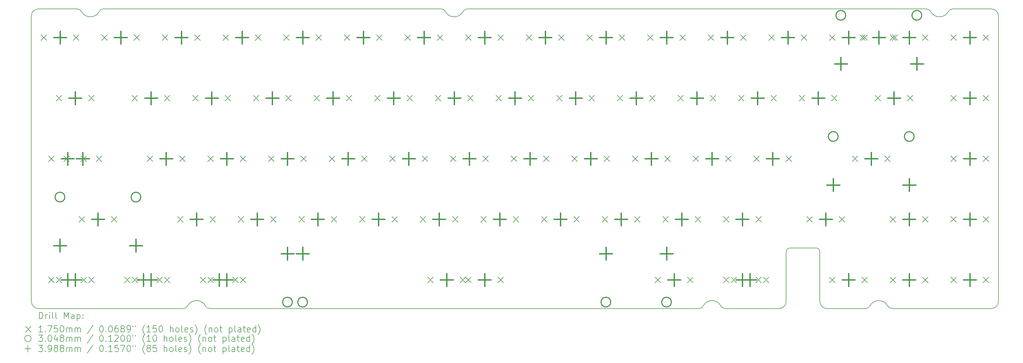
<source format=gbr>
%FSLAX45Y45*%
G04 Gerber Fmt 4.5, Leading zero omitted, Abs format (unit mm)*
G04 Created by KiCad (PCBNEW (6.0.0-0)) date 2022-07-22 22:21:09*
%MOMM*%
%LPD*%
G01*
G04 APERTURE LIST*
%TA.AperFunction,Profile*%
%ADD10C,0.200000*%
%TD*%
%ADD11C,0.200000*%
%ADD12C,0.175000*%
%ADD13C,0.304800*%
%ADD14C,0.398780*%
G04 APERTURE END LIST*
D10*
X1573193Y-80645D02*
G75*
G03*
X2131807Y-80645I279307J145645D01*
G01*
X225000Y0D02*
G75*
G03*
X0Y-225000I0J-225000D01*
G01*
X13003193Y-80645D02*
G75*
G03*
X12870189Y0I-133004J-69355D01*
G01*
X2264811Y0D02*
G75*
G03*
X2131807Y-80645I0J-150000D01*
G01*
X1440189Y0D02*
X225000Y0D01*
X30375000Y-9195000D02*
X30375000Y-225000D01*
X5465557Y-9339355D02*
G75*
G03*
X5598561Y-9420000I133003J69355D01*
G01*
X5465557Y-9339355D02*
G75*
G03*
X4906943Y-9339355I-279307J-145645D01*
G01*
X26896807Y-9339355D02*
G75*
G03*
X27029811Y-9420000I133003J69355D01*
G01*
X23832500Y-7515000D02*
X24640000Y-7515000D01*
X28110189Y0D02*
X13694810Y0D01*
X20966439Y-9420000D02*
X5598560Y-9420000D01*
X0Y-9195000D02*
X0Y-225000D01*
X28934810Y0D02*
G75*
G03*
X28801807Y-80645I0J-150000D01*
G01*
X4773939Y-9420000D02*
G75*
G03*
X4906943Y-9339355I0J150000D01*
G01*
X26205189Y-9420000D02*
G75*
G03*
X26338193Y-9339355I0J150000D01*
G01*
X23482500Y-9420000D02*
X21791061Y-9420000D01*
X30375000Y-225000D02*
G75*
G03*
X30150000Y0I-225000J0D01*
G01*
X24765000Y-7640000D02*
G75*
G03*
X24640000Y-7515000I-125000J0D01*
G01*
X26896807Y-9339355D02*
G75*
G03*
X26338193Y-9339355I-279307J-145645D01*
G01*
X30150000Y-9420000D02*
G75*
G03*
X30375000Y-9195000I0J225000D01*
G01*
X24765000Y-9195000D02*
G75*
G03*
X24990000Y-9420000I225000J0D01*
G01*
X20966439Y-9420000D02*
G75*
G03*
X21099443Y-9339355I0J150000D01*
G01*
X28243193Y-80645D02*
G75*
G03*
X28110189Y0I-133004J-69355D01*
G01*
X23832500Y-7515000D02*
G75*
G03*
X23707500Y-7640000I0J-125000D01*
G01*
X24765000Y-7640000D02*
X24765000Y-9195000D01*
X23482500Y-9420000D02*
G75*
G03*
X23707500Y-9195000I0J225000D01*
G01*
X26205189Y-9420000D02*
X24990000Y-9420000D01*
X23707500Y-7640000D02*
X23707500Y-9195000D01*
X13003193Y-80645D02*
G75*
G03*
X13561807Y-80645I279307J145645D01*
G01*
X1573193Y-80645D02*
G75*
G03*
X1440189Y0I-133004J-69355D01*
G01*
X30150000Y-9420000D02*
X27029810Y-9420000D01*
X4773939Y-9420000D02*
X225000Y-9420000D01*
X13694810Y0D02*
G75*
G03*
X13561807Y-80645I0J-150000D01*
G01*
X12870189Y0D02*
X2264811Y0D01*
X21658057Y-9339355D02*
G75*
G03*
X21099443Y-9339355I-279307J-145645D01*
G01*
X21658057Y-9339355D02*
G75*
G03*
X21791061Y-9420000I133003J69355D01*
G01*
X0Y-9195000D02*
G75*
G03*
X225000Y-9420000I225000J0D01*
G01*
X30150000Y0D02*
X28934810Y0D01*
X28243193Y-80645D02*
G75*
G03*
X28801807Y-80645I279307J145645D01*
G01*
D11*
D12*
X304500Y-812500D02*
X479500Y-987500D01*
X479500Y-812500D02*
X304500Y-987500D01*
X542625Y-4622500D02*
X717625Y-4797500D01*
X717625Y-4622500D02*
X542625Y-4797500D01*
X542625Y-8432500D02*
X717625Y-8607500D01*
X717625Y-8432500D02*
X542625Y-8607500D01*
X780750Y-2717500D02*
X955750Y-2892500D01*
X955750Y-2717500D02*
X780750Y-2892500D01*
X780750Y-8432500D02*
X955750Y-8607500D01*
X955750Y-8432500D02*
X780750Y-8607500D01*
X1018875Y-4622500D02*
X1193875Y-4797500D01*
X1193875Y-4622500D02*
X1018875Y-4797500D01*
X1320500Y-812500D02*
X1495500Y-987500D01*
X1495500Y-812500D02*
X1320500Y-987500D01*
X1495125Y-6527500D02*
X1670125Y-6702500D01*
X1670125Y-6527500D02*
X1495125Y-6702500D01*
X1558625Y-4622500D02*
X1733625Y-4797500D01*
X1733625Y-4622500D02*
X1558625Y-4797500D01*
X1558625Y-8432500D02*
X1733625Y-8607500D01*
X1733625Y-8432500D02*
X1558625Y-8607500D01*
X1796750Y-2717500D02*
X1971750Y-2892500D01*
X1971750Y-2717500D02*
X1796750Y-2892500D01*
X1796750Y-8432500D02*
X1971750Y-8607500D01*
X1971750Y-8432500D02*
X1796750Y-8607500D01*
X2034875Y-4622500D02*
X2209875Y-4797500D01*
X2209875Y-4622500D02*
X2034875Y-4797500D01*
X2209500Y-812500D02*
X2384500Y-987500D01*
X2384500Y-812500D02*
X2209500Y-987500D01*
X2511125Y-6527500D02*
X2686125Y-6702500D01*
X2686125Y-6527500D02*
X2511125Y-6702500D01*
X2923875Y-8432500D02*
X3098875Y-8607500D01*
X3098875Y-8432500D02*
X2923875Y-8607500D01*
X3162000Y-2717500D02*
X3337000Y-2892500D01*
X3337000Y-2717500D02*
X3162000Y-2892500D01*
X3162000Y-8432500D02*
X3337000Y-8607500D01*
X3337000Y-8432500D02*
X3162000Y-8607500D01*
X3225500Y-812500D02*
X3400500Y-987500D01*
X3400500Y-812500D02*
X3225500Y-987500D01*
X3638250Y-4622500D02*
X3813250Y-4797500D01*
X3813250Y-4622500D02*
X3638250Y-4797500D01*
X3939875Y-8432500D02*
X4114875Y-8607500D01*
X4114875Y-8432500D02*
X3939875Y-8607500D01*
X4114500Y-812500D02*
X4289500Y-987500D01*
X4289500Y-812500D02*
X4114500Y-987500D01*
X4178000Y-2717500D02*
X4353000Y-2892500D01*
X4353000Y-2717500D02*
X4178000Y-2892500D01*
X4178000Y-8432500D02*
X4353000Y-8607500D01*
X4353000Y-8432500D02*
X4178000Y-8607500D01*
X4590750Y-6527500D02*
X4765750Y-6702500D01*
X4765750Y-6527500D02*
X4590750Y-6702500D01*
X4654250Y-4622500D02*
X4829250Y-4797500D01*
X4829250Y-4622500D02*
X4654250Y-4797500D01*
X5067000Y-2717500D02*
X5242000Y-2892500D01*
X5242000Y-2717500D02*
X5067000Y-2892500D01*
X5130500Y-812500D02*
X5305500Y-987500D01*
X5305500Y-812500D02*
X5130500Y-987500D01*
X5305125Y-8432500D02*
X5480125Y-8607500D01*
X5480125Y-8432500D02*
X5305125Y-8607500D01*
X5543250Y-4622500D02*
X5718250Y-4797500D01*
X5718250Y-4622500D02*
X5543250Y-4797500D01*
X5543250Y-8432500D02*
X5718250Y-8607500D01*
X5718250Y-8432500D02*
X5543250Y-8607500D01*
X5606750Y-6527500D02*
X5781750Y-6702500D01*
X5781750Y-6527500D02*
X5606750Y-6702500D01*
X6019500Y-812500D02*
X6194500Y-987500D01*
X6194500Y-812500D02*
X6019500Y-987500D01*
X6083000Y-2717500D02*
X6258000Y-2892500D01*
X6258000Y-2717500D02*
X6083000Y-2892500D01*
X6321125Y-8432500D02*
X6496125Y-8607500D01*
X6496125Y-8432500D02*
X6321125Y-8607500D01*
X6495750Y-6527500D02*
X6670750Y-6702500D01*
X6670750Y-6527500D02*
X6495750Y-6702500D01*
X6559250Y-4622500D02*
X6734250Y-4797500D01*
X6734250Y-4622500D02*
X6559250Y-4797500D01*
X6559250Y-8432500D02*
X6734250Y-8607500D01*
X6734250Y-8432500D02*
X6559250Y-8607500D01*
X6972000Y-2717500D02*
X7147000Y-2892500D01*
X7147000Y-2717500D02*
X6972000Y-2892500D01*
X7035500Y-812500D02*
X7210500Y-987500D01*
X7210500Y-812500D02*
X7035500Y-987500D01*
X7448250Y-4622500D02*
X7623250Y-4797500D01*
X7623250Y-4622500D02*
X7448250Y-4797500D01*
X7511750Y-6527500D02*
X7686750Y-6702500D01*
X7686750Y-6527500D02*
X7511750Y-6702500D01*
X7924500Y-812500D02*
X8099500Y-987500D01*
X8099500Y-812500D02*
X7924500Y-987500D01*
X7988000Y-2717500D02*
X8163000Y-2892500D01*
X8163000Y-2717500D02*
X7988000Y-2892500D01*
X8400750Y-6527500D02*
X8575750Y-6702500D01*
X8575750Y-6527500D02*
X8400750Y-6702500D01*
X8464250Y-4622500D02*
X8639250Y-4797500D01*
X8639250Y-4622500D02*
X8464250Y-4797500D01*
X8877000Y-2717500D02*
X9052000Y-2892500D01*
X9052000Y-2717500D02*
X8877000Y-2892500D01*
X8940500Y-812500D02*
X9115500Y-987500D01*
X9115500Y-812500D02*
X8940500Y-987500D01*
X9353250Y-4622500D02*
X9528250Y-4797500D01*
X9528250Y-4622500D02*
X9353250Y-4797500D01*
X9416750Y-6527500D02*
X9591750Y-6702500D01*
X9591750Y-6527500D02*
X9416750Y-6702500D01*
X9829500Y-812500D02*
X10004500Y-987500D01*
X10004500Y-812500D02*
X9829500Y-987500D01*
X9893000Y-2717500D02*
X10068000Y-2892500D01*
X10068000Y-2717500D02*
X9893000Y-2892500D01*
X10305750Y-6527500D02*
X10480750Y-6702500D01*
X10480750Y-6527500D02*
X10305750Y-6702500D01*
X10369250Y-4622500D02*
X10544250Y-4797500D01*
X10544250Y-4622500D02*
X10369250Y-4797500D01*
X10782000Y-2717500D02*
X10957000Y-2892500D01*
X10957000Y-2717500D02*
X10782000Y-2892500D01*
X10845500Y-812500D02*
X11020500Y-987500D01*
X11020500Y-812500D02*
X10845500Y-987500D01*
X11258250Y-4622500D02*
X11433250Y-4797500D01*
X11433250Y-4622500D02*
X11258250Y-4797500D01*
X11321750Y-6527500D02*
X11496750Y-6702500D01*
X11496750Y-6527500D02*
X11321750Y-6702500D01*
X11734500Y-812500D02*
X11909500Y-987500D01*
X11909500Y-812500D02*
X11734500Y-987500D01*
X11798000Y-2717500D02*
X11973000Y-2892500D01*
X11973000Y-2717500D02*
X11798000Y-2892500D01*
X12210750Y-6527500D02*
X12385750Y-6702500D01*
X12385750Y-6527500D02*
X12210750Y-6702500D01*
X12274250Y-4622500D02*
X12449250Y-4797500D01*
X12449250Y-4622500D02*
X12274250Y-4797500D01*
X12448875Y-8432500D02*
X12623875Y-8607500D01*
X12623875Y-8432500D02*
X12448875Y-8607500D01*
X12687000Y-2717500D02*
X12862000Y-2892500D01*
X12862000Y-2717500D02*
X12687000Y-2892500D01*
X12750500Y-812500D02*
X12925500Y-987500D01*
X12925500Y-812500D02*
X12750500Y-987500D01*
X13163250Y-4622500D02*
X13338250Y-4797500D01*
X13338250Y-4622500D02*
X13163250Y-4797500D01*
X13226750Y-6527500D02*
X13401750Y-6702500D01*
X13401750Y-6527500D02*
X13226750Y-6702500D01*
X13464875Y-8432500D02*
X13639875Y-8607500D01*
X13639875Y-8432500D02*
X13464875Y-8607500D01*
X13639500Y-812500D02*
X13814500Y-987500D01*
X13814500Y-812500D02*
X13639500Y-987500D01*
X13639500Y-8432500D02*
X13814500Y-8607500D01*
X13814500Y-8432500D02*
X13639500Y-8607500D01*
X13703000Y-2717500D02*
X13878000Y-2892500D01*
X13878000Y-2717500D02*
X13703000Y-2892500D01*
X14115750Y-6527500D02*
X14290750Y-6702500D01*
X14290750Y-6527500D02*
X14115750Y-6702500D01*
X14179250Y-4622500D02*
X14354250Y-4797500D01*
X14354250Y-4622500D02*
X14179250Y-4797500D01*
X14592000Y-2717500D02*
X14767000Y-2892500D01*
X14767000Y-2717500D02*
X14592000Y-2892500D01*
X14655500Y-812500D02*
X14830500Y-987500D01*
X14830500Y-812500D02*
X14655500Y-987500D01*
X14655500Y-8432500D02*
X14830500Y-8607500D01*
X14830500Y-8432500D02*
X14655500Y-8607500D01*
X15068250Y-4622500D02*
X15243250Y-4797500D01*
X15243250Y-4622500D02*
X15068250Y-4797500D01*
X15131750Y-6527500D02*
X15306750Y-6702500D01*
X15306750Y-6527500D02*
X15131750Y-6702500D01*
X15544500Y-812500D02*
X15719500Y-987500D01*
X15719500Y-812500D02*
X15544500Y-987500D01*
X15608000Y-2717500D02*
X15783000Y-2892500D01*
X15783000Y-2717500D02*
X15608000Y-2892500D01*
X16020750Y-6527500D02*
X16195750Y-6702500D01*
X16195750Y-6527500D02*
X16020750Y-6702500D01*
X16084250Y-4622500D02*
X16259250Y-4797500D01*
X16259250Y-4622500D02*
X16084250Y-4797500D01*
X16497000Y-2717500D02*
X16672000Y-2892500D01*
X16672000Y-2717500D02*
X16497000Y-2892500D01*
X16560500Y-812500D02*
X16735500Y-987500D01*
X16735500Y-812500D02*
X16560500Y-987500D01*
X16973250Y-4622500D02*
X17148250Y-4797500D01*
X17148250Y-4622500D02*
X16973250Y-4797500D01*
X17036750Y-6527500D02*
X17211750Y-6702500D01*
X17211750Y-6527500D02*
X17036750Y-6702500D01*
X17449500Y-812500D02*
X17624500Y-987500D01*
X17624500Y-812500D02*
X17449500Y-987500D01*
X17513000Y-2717500D02*
X17688000Y-2892500D01*
X17688000Y-2717500D02*
X17513000Y-2892500D01*
X17925750Y-6527500D02*
X18100750Y-6702500D01*
X18100750Y-6527500D02*
X17925750Y-6702500D01*
X17989250Y-4622500D02*
X18164250Y-4797500D01*
X18164250Y-4622500D02*
X17989250Y-4797500D01*
X18402000Y-2717500D02*
X18577000Y-2892500D01*
X18577000Y-2717500D02*
X18402000Y-2892500D01*
X18465500Y-812500D02*
X18640500Y-987500D01*
X18640500Y-812500D02*
X18465500Y-987500D01*
X18878250Y-4622500D02*
X19053250Y-4797500D01*
X19053250Y-4622500D02*
X18878250Y-4797500D01*
X18941750Y-6527500D02*
X19116750Y-6702500D01*
X19116750Y-6527500D02*
X18941750Y-6702500D01*
X19354500Y-812500D02*
X19529500Y-987500D01*
X19529500Y-812500D02*
X19354500Y-987500D01*
X19418000Y-2717500D02*
X19593000Y-2892500D01*
X19593000Y-2717500D02*
X19418000Y-2892500D01*
X19592625Y-8432500D02*
X19767625Y-8607500D01*
X19767625Y-8432500D02*
X19592625Y-8607500D01*
X19830750Y-6527500D02*
X20005750Y-6702500D01*
X20005750Y-6527500D02*
X19830750Y-6702500D01*
X19894250Y-4622500D02*
X20069250Y-4797500D01*
X20069250Y-4622500D02*
X19894250Y-4797500D01*
X20307000Y-2717500D02*
X20482000Y-2892500D01*
X20482000Y-2717500D02*
X20307000Y-2892500D01*
X20370500Y-812500D02*
X20545500Y-987500D01*
X20545500Y-812500D02*
X20370500Y-987500D01*
X20608625Y-8432500D02*
X20783625Y-8607500D01*
X20783625Y-8432500D02*
X20608625Y-8607500D01*
X20783250Y-4622500D02*
X20958250Y-4797500D01*
X20958250Y-4622500D02*
X20783250Y-4797500D01*
X20846750Y-6527500D02*
X21021750Y-6702500D01*
X21021750Y-6527500D02*
X20846750Y-6702500D01*
X21259500Y-812500D02*
X21434500Y-987500D01*
X21434500Y-812500D02*
X21259500Y-987500D01*
X21323000Y-2717500D02*
X21498000Y-2892500D01*
X21498000Y-2717500D02*
X21323000Y-2892500D01*
X21735750Y-6527500D02*
X21910750Y-6702500D01*
X21910750Y-6527500D02*
X21735750Y-6702500D01*
X21735750Y-8432500D02*
X21910750Y-8607500D01*
X21910750Y-8432500D02*
X21735750Y-8607500D01*
X21799250Y-4622500D02*
X21974250Y-4797500D01*
X21974250Y-4622500D02*
X21799250Y-4797500D01*
X21973875Y-8432500D02*
X22148875Y-8607500D01*
X22148875Y-8432500D02*
X21973875Y-8607500D01*
X22212000Y-2717500D02*
X22387000Y-2892500D01*
X22387000Y-2717500D02*
X22212000Y-2892500D01*
X22275500Y-812500D02*
X22450500Y-987500D01*
X22450500Y-812500D02*
X22275500Y-987500D01*
X22688250Y-4622500D02*
X22863250Y-4797500D01*
X22863250Y-4622500D02*
X22688250Y-4797500D01*
X22751750Y-6527500D02*
X22926750Y-6702500D01*
X22926750Y-6527500D02*
X22751750Y-6702500D01*
X22751750Y-8432500D02*
X22926750Y-8607500D01*
X22926750Y-8432500D02*
X22751750Y-8607500D01*
X22989875Y-8432500D02*
X23164875Y-8607500D01*
X23164875Y-8432500D02*
X22989875Y-8607500D01*
X23164500Y-812500D02*
X23339500Y-987500D01*
X23339500Y-812500D02*
X23164500Y-987500D01*
X23228000Y-2717500D02*
X23403000Y-2892500D01*
X23403000Y-2717500D02*
X23228000Y-2892500D01*
X23704250Y-4622500D02*
X23879250Y-4797500D01*
X23879250Y-4622500D02*
X23704250Y-4797500D01*
X24117000Y-2717500D02*
X24292000Y-2892500D01*
X24292000Y-2717500D02*
X24117000Y-2892500D01*
X24180500Y-812500D02*
X24355500Y-987500D01*
X24355500Y-812500D02*
X24180500Y-987500D01*
X24355125Y-6527500D02*
X24530125Y-6702500D01*
X24530125Y-6527500D02*
X24355125Y-6702500D01*
X25069500Y-812500D02*
X25244500Y-987500D01*
X25244500Y-812500D02*
X25069500Y-987500D01*
X25069500Y-8432500D02*
X25244500Y-8607500D01*
X25244500Y-8432500D02*
X25069500Y-8607500D01*
X25133000Y-2717500D02*
X25308000Y-2892500D01*
X25308000Y-2717500D02*
X25133000Y-2892500D01*
X25371125Y-6527500D02*
X25546125Y-6702500D01*
X25546125Y-6527500D02*
X25371125Y-6702500D01*
X25783875Y-4622500D02*
X25958875Y-4797500D01*
X25958875Y-4622500D02*
X25783875Y-4797500D01*
X26022000Y-812500D02*
X26197000Y-987500D01*
X26197000Y-812500D02*
X26022000Y-987500D01*
X26085500Y-812500D02*
X26260500Y-987500D01*
X26260500Y-812500D02*
X26085500Y-987500D01*
X26085500Y-8432500D02*
X26260500Y-8607500D01*
X26260500Y-8432500D02*
X26085500Y-8607500D01*
X26498250Y-2717500D02*
X26673250Y-2892500D01*
X26673250Y-2717500D02*
X26498250Y-2892500D01*
X26799875Y-4622500D02*
X26974875Y-4797500D01*
X26974875Y-4622500D02*
X26799875Y-4797500D01*
X26974500Y-812500D02*
X27149500Y-987500D01*
X27149500Y-812500D02*
X26974500Y-987500D01*
X26974500Y-6527500D02*
X27149500Y-6702500D01*
X27149500Y-6527500D02*
X26974500Y-6702500D01*
X26974500Y-8432500D02*
X27149500Y-8607500D01*
X27149500Y-8432500D02*
X26974500Y-8607500D01*
X27038000Y-812500D02*
X27213000Y-987500D01*
X27213000Y-812500D02*
X27038000Y-987500D01*
X27514250Y-2717500D02*
X27689250Y-2892500D01*
X27689250Y-2717500D02*
X27514250Y-2892500D01*
X27990500Y-812500D02*
X28165500Y-987500D01*
X28165500Y-812500D02*
X27990500Y-987500D01*
X27990500Y-6527500D02*
X28165500Y-6702500D01*
X28165500Y-6527500D02*
X27990500Y-6702500D01*
X27990500Y-8432500D02*
X28165500Y-8607500D01*
X28165500Y-8432500D02*
X27990500Y-8607500D01*
X28879500Y-812500D02*
X29054500Y-987500D01*
X29054500Y-812500D02*
X28879500Y-987500D01*
X28879500Y-2717500D02*
X29054500Y-2892500D01*
X29054500Y-2717500D02*
X28879500Y-2892500D01*
X28879500Y-4622500D02*
X29054500Y-4797500D01*
X29054500Y-4622500D02*
X28879500Y-4797500D01*
X28879500Y-6527500D02*
X29054500Y-6702500D01*
X29054500Y-6527500D02*
X28879500Y-6702500D01*
X28879500Y-8432500D02*
X29054500Y-8607500D01*
X29054500Y-8432500D02*
X28879500Y-8607500D01*
X29895500Y-812500D02*
X30070500Y-987500D01*
X30070500Y-812500D02*
X29895500Y-987500D01*
X29895500Y-2717500D02*
X30070500Y-2892500D01*
X30070500Y-2717500D02*
X29895500Y-2892500D01*
X29895500Y-4622500D02*
X30070500Y-4797500D01*
X30070500Y-4622500D02*
X29895500Y-4797500D01*
X29895500Y-6527500D02*
X30070500Y-6702500D01*
X30070500Y-6527500D02*
X29895500Y-6702500D01*
X29895500Y-8432500D02*
X30070500Y-8607500D01*
X30070500Y-8432500D02*
X29895500Y-8607500D01*
D13*
X1049225Y-5916500D02*
G75*
G03*
X1049225Y-5916500I-152400J0D01*
G01*
X3436825Y-5916500D02*
G75*
G03*
X3436825Y-5916500I-152400J0D01*
G01*
X8196785Y-9218500D02*
G75*
G03*
X8196785Y-9218500I-152400J0D01*
G01*
X8672400Y-9218500D02*
G75*
G03*
X8672400Y-9218500I-152400J0D01*
G01*
X18196765Y-9218500D02*
G75*
G03*
X18196765Y-9218500I-152400J0D01*
G01*
X20102400Y-9218500D02*
G75*
G03*
X20102400Y-9218500I-152400J0D01*
G01*
X25337975Y-4011500D02*
G75*
G03*
X25337975Y-4011500I-152400J0D01*
G01*
X25576100Y-201500D02*
G75*
G03*
X25576100Y-201500I-152400J0D01*
G01*
X27725575Y-4011500D02*
G75*
G03*
X27725575Y-4011500I-152400J0D01*
G01*
X27963700Y-201500D02*
G75*
G03*
X27963700Y-201500I-152400J0D01*
G01*
D14*
X896825Y-7241110D02*
X896825Y-7639890D01*
X697435Y-7440500D02*
X1096215Y-7440500D01*
X900000Y-700610D02*
X900000Y-1099390D01*
X700610Y-900000D02*
X1099390Y-900000D01*
X1138125Y-4510610D02*
X1138125Y-4909390D01*
X938735Y-4710000D02*
X1337515Y-4710000D01*
X1138125Y-8320610D02*
X1138125Y-8719390D01*
X938735Y-8520000D02*
X1337515Y-8520000D01*
X1376250Y-2605610D02*
X1376250Y-3004390D01*
X1176860Y-2805000D02*
X1575640Y-2805000D01*
X1376250Y-8320610D02*
X1376250Y-8719390D01*
X1176860Y-8520000D02*
X1575640Y-8520000D01*
X1614375Y-4510610D02*
X1614375Y-4909390D01*
X1414985Y-4710000D02*
X1813765Y-4710000D01*
X2090625Y-6415610D02*
X2090625Y-6814390D01*
X1891235Y-6615000D02*
X2290015Y-6615000D01*
X2805000Y-700610D02*
X2805000Y-1099390D01*
X2605610Y-900000D02*
X3004390Y-900000D01*
X3284425Y-7241110D02*
X3284425Y-7639890D01*
X3085035Y-7440500D02*
X3483815Y-7440500D01*
X3519375Y-8320610D02*
X3519375Y-8719390D01*
X3319985Y-8520000D02*
X3718765Y-8520000D01*
X3757500Y-2605610D02*
X3757500Y-3004390D01*
X3558110Y-2805000D02*
X3956890Y-2805000D01*
X3757500Y-8320610D02*
X3757500Y-8719390D01*
X3558110Y-8520000D02*
X3956890Y-8520000D01*
X4233750Y-4510610D02*
X4233750Y-4909390D01*
X4034360Y-4710000D02*
X4433140Y-4710000D01*
X4710000Y-700610D02*
X4710000Y-1099390D01*
X4510610Y-900000D02*
X4909390Y-900000D01*
X5186250Y-6415610D02*
X5186250Y-6814390D01*
X4986860Y-6615000D02*
X5385640Y-6615000D01*
X5662500Y-2605610D02*
X5662500Y-3004390D01*
X5463110Y-2805000D02*
X5861890Y-2805000D01*
X5900625Y-8320610D02*
X5900625Y-8719390D01*
X5701235Y-8520000D02*
X6100015Y-8520000D01*
X6138750Y-4510610D02*
X6138750Y-4909390D01*
X5939360Y-4710000D02*
X6338140Y-4710000D01*
X6138750Y-8320610D02*
X6138750Y-8719390D01*
X5939360Y-8520000D02*
X6338140Y-8520000D01*
X6615000Y-700610D02*
X6615000Y-1099390D01*
X6415610Y-900000D02*
X6814390Y-900000D01*
X7091250Y-6415610D02*
X7091250Y-6814390D01*
X6891860Y-6615000D02*
X7290640Y-6615000D01*
X7567500Y-2605610D02*
X7567500Y-3004390D01*
X7368110Y-2805000D02*
X7766890Y-2805000D01*
X8043750Y-4510610D02*
X8043750Y-4909390D01*
X7844360Y-4710000D02*
X8243140Y-4710000D01*
X8044385Y-7495110D02*
X8044385Y-7893890D01*
X7844995Y-7694500D02*
X8243775Y-7694500D01*
X8520000Y-700610D02*
X8520000Y-1099390D01*
X8320610Y-900000D02*
X8719390Y-900000D01*
X8520000Y-7495110D02*
X8520000Y-7893890D01*
X8320610Y-7694500D02*
X8719390Y-7694500D01*
X8996250Y-6415610D02*
X8996250Y-6814390D01*
X8796860Y-6615000D02*
X9195640Y-6615000D01*
X9472500Y-2605610D02*
X9472500Y-3004390D01*
X9273110Y-2805000D02*
X9671890Y-2805000D01*
X9948750Y-4510610D02*
X9948750Y-4909390D01*
X9749360Y-4710000D02*
X10148140Y-4710000D01*
X10425000Y-700610D02*
X10425000Y-1099390D01*
X10225610Y-900000D02*
X10624390Y-900000D01*
X10901250Y-6415610D02*
X10901250Y-6814390D01*
X10701860Y-6615000D02*
X11100640Y-6615000D01*
X11377500Y-2605610D02*
X11377500Y-3004390D01*
X11178110Y-2805000D02*
X11576890Y-2805000D01*
X11853750Y-4510610D02*
X11853750Y-4909390D01*
X11654360Y-4710000D02*
X12053140Y-4710000D01*
X12330000Y-700610D02*
X12330000Y-1099390D01*
X12130610Y-900000D02*
X12529390Y-900000D01*
X12806250Y-6415610D02*
X12806250Y-6814390D01*
X12606860Y-6615000D02*
X13005640Y-6615000D01*
X13044375Y-8320610D02*
X13044375Y-8719390D01*
X12844985Y-8520000D02*
X13243765Y-8520000D01*
X13282500Y-2605610D02*
X13282500Y-3004390D01*
X13083110Y-2805000D02*
X13481890Y-2805000D01*
X13758750Y-4510610D02*
X13758750Y-4909390D01*
X13559360Y-4710000D02*
X13958140Y-4710000D01*
X14235000Y-700610D02*
X14235000Y-1099390D01*
X14035610Y-900000D02*
X14434390Y-900000D01*
X14235000Y-8320610D02*
X14235000Y-8719390D01*
X14035610Y-8520000D02*
X14434390Y-8520000D01*
X14711250Y-6415610D02*
X14711250Y-6814390D01*
X14511860Y-6615000D02*
X14910640Y-6615000D01*
X15187500Y-2605610D02*
X15187500Y-3004390D01*
X14988110Y-2805000D02*
X15386890Y-2805000D01*
X15663750Y-4510610D02*
X15663750Y-4909390D01*
X15464360Y-4710000D02*
X15863140Y-4710000D01*
X16140000Y-700610D02*
X16140000Y-1099390D01*
X15940610Y-900000D02*
X16339390Y-900000D01*
X16616250Y-6415610D02*
X16616250Y-6814390D01*
X16416860Y-6615000D02*
X16815640Y-6615000D01*
X17092500Y-2605610D02*
X17092500Y-3004390D01*
X16893110Y-2805000D02*
X17291890Y-2805000D01*
X17568750Y-4510610D02*
X17568750Y-4909390D01*
X17369360Y-4710000D02*
X17768140Y-4710000D01*
X18044365Y-7495110D02*
X18044365Y-7893890D01*
X17844975Y-7694500D02*
X18243755Y-7694500D01*
X18045000Y-700610D02*
X18045000Y-1099390D01*
X17845610Y-900000D02*
X18244390Y-900000D01*
X18521250Y-6415610D02*
X18521250Y-6814390D01*
X18321860Y-6615000D02*
X18720640Y-6615000D01*
X18997500Y-2605610D02*
X18997500Y-3004390D01*
X18798110Y-2805000D02*
X19196890Y-2805000D01*
X19473750Y-4510610D02*
X19473750Y-4909390D01*
X19274360Y-4710000D02*
X19673140Y-4710000D01*
X19950000Y-700610D02*
X19950000Y-1099390D01*
X19750610Y-900000D02*
X20149390Y-900000D01*
X19950000Y-7495110D02*
X19950000Y-7893890D01*
X19750610Y-7694500D02*
X20149390Y-7694500D01*
X20188125Y-8320610D02*
X20188125Y-8719390D01*
X19988735Y-8520000D02*
X20387515Y-8520000D01*
X20426250Y-6415610D02*
X20426250Y-6814390D01*
X20226860Y-6615000D02*
X20625640Y-6615000D01*
X20902500Y-2605610D02*
X20902500Y-3004390D01*
X20703110Y-2805000D02*
X21101890Y-2805000D01*
X21378750Y-4510610D02*
X21378750Y-4909390D01*
X21179360Y-4710000D02*
X21578140Y-4710000D01*
X21855000Y-700610D02*
X21855000Y-1099390D01*
X21655610Y-900000D02*
X22054390Y-900000D01*
X22331250Y-6415610D02*
X22331250Y-6814390D01*
X22131860Y-6615000D02*
X22530640Y-6615000D01*
X22331250Y-8320610D02*
X22331250Y-8719390D01*
X22131860Y-8520000D02*
X22530640Y-8520000D01*
X22569375Y-8320610D02*
X22569375Y-8719390D01*
X22369985Y-8520000D02*
X22768765Y-8520000D01*
X22807500Y-2605610D02*
X22807500Y-3004390D01*
X22608110Y-2805000D02*
X23006890Y-2805000D01*
X23283750Y-4510610D02*
X23283750Y-4909390D01*
X23084360Y-4710000D02*
X23483140Y-4710000D01*
X23760000Y-700610D02*
X23760000Y-1099390D01*
X23560610Y-900000D02*
X23959390Y-900000D01*
X24712500Y-2605610D02*
X24712500Y-3004390D01*
X24513110Y-2805000D02*
X24911890Y-2805000D01*
X24950625Y-6415610D02*
X24950625Y-6814390D01*
X24751235Y-6615000D02*
X25150015Y-6615000D01*
X25185575Y-5336110D02*
X25185575Y-5734890D01*
X24986185Y-5535500D02*
X25384965Y-5535500D01*
X25423700Y-1526110D02*
X25423700Y-1924890D01*
X25224310Y-1725500D02*
X25623090Y-1725500D01*
X25665000Y-700610D02*
X25665000Y-1099390D01*
X25465610Y-900000D02*
X25864390Y-900000D01*
X25665000Y-8320610D02*
X25665000Y-8719390D01*
X25465610Y-8520000D02*
X25864390Y-8520000D01*
X26379375Y-4510610D02*
X26379375Y-4909390D01*
X26179985Y-4710000D02*
X26578765Y-4710000D01*
X26617500Y-700610D02*
X26617500Y-1099390D01*
X26418110Y-900000D02*
X26816890Y-900000D01*
X27093750Y-2605610D02*
X27093750Y-3004390D01*
X26894360Y-2805000D02*
X27293140Y-2805000D01*
X27570000Y-700610D02*
X27570000Y-1099390D01*
X27370610Y-900000D02*
X27769390Y-900000D01*
X27570000Y-6415610D02*
X27570000Y-6814390D01*
X27370610Y-6615000D02*
X27769390Y-6615000D01*
X27570000Y-8320610D02*
X27570000Y-8719390D01*
X27370610Y-8520000D02*
X27769390Y-8520000D01*
X27573175Y-5336110D02*
X27573175Y-5734890D01*
X27373785Y-5535500D02*
X27772565Y-5535500D01*
X27811300Y-1526110D02*
X27811300Y-1924890D01*
X27611910Y-1725500D02*
X28010690Y-1725500D01*
X29475000Y-700610D02*
X29475000Y-1099390D01*
X29275610Y-900000D02*
X29674390Y-900000D01*
X29475000Y-2605610D02*
X29475000Y-3004390D01*
X29275610Y-2805000D02*
X29674390Y-2805000D01*
X29475000Y-4510610D02*
X29475000Y-4909390D01*
X29275610Y-4710000D02*
X29674390Y-4710000D01*
X29475000Y-6415610D02*
X29475000Y-6814390D01*
X29275610Y-6615000D02*
X29674390Y-6615000D01*
X29475000Y-8320610D02*
X29475000Y-8719390D01*
X29275610Y-8520000D02*
X29674390Y-8520000D01*
D11*
X247619Y-9740476D02*
X247619Y-9540476D01*
X295238Y-9540476D01*
X323810Y-9550000D01*
X342857Y-9569048D01*
X352381Y-9588095D01*
X361905Y-9626190D01*
X361905Y-9654762D01*
X352381Y-9692857D01*
X342857Y-9711905D01*
X323810Y-9730952D01*
X295238Y-9740476D01*
X247619Y-9740476D01*
X447619Y-9740476D02*
X447619Y-9607143D01*
X447619Y-9645238D02*
X457143Y-9626190D01*
X466667Y-9616667D01*
X485714Y-9607143D01*
X504762Y-9607143D01*
X571429Y-9740476D02*
X571429Y-9607143D01*
X571429Y-9540476D02*
X561905Y-9550000D01*
X571429Y-9559524D01*
X580952Y-9550000D01*
X571429Y-9540476D01*
X571429Y-9559524D01*
X695238Y-9740476D02*
X676190Y-9730952D01*
X666667Y-9711905D01*
X666667Y-9540476D01*
X800000Y-9740476D02*
X780952Y-9730952D01*
X771428Y-9711905D01*
X771428Y-9540476D01*
X1028571Y-9740476D02*
X1028571Y-9540476D01*
X1095238Y-9683333D01*
X1161905Y-9540476D01*
X1161905Y-9740476D01*
X1342857Y-9740476D02*
X1342857Y-9635714D01*
X1333333Y-9616667D01*
X1314286Y-9607143D01*
X1276190Y-9607143D01*
X1257143Y-9616667D01*
X1342857Y-9730952D02*
X1323810Y-9740476D01*
X1276190Y-9740476D01*
X1257143Y-9730952D01*
X1247619Y-9711905D01*
X1247619Y-9692857D01*
X1257143Y-9673810D01*
X1276190Y-9664286D01*
X1323810Y-9664286D01*
X1342857Y-9654762D01*
X1438095Y-9607143D02*
X1438095Y-9807143D01*
X1438095Y-9616667D02*
X1457143Y-9607143D01*
X1495238Y-9607143D01*
X1514286Y-9616667D01*
X1523809Y-9626190D01*
X1533333Y-9645238D01*
X1533333Y-9702381D01*
X1523809Y-9721429D01*
X1514286Y-9730952D01*
X1495238Y-9740476D01*
X1457143Y-9740476D01*
X1438095Y-9730952D01*
X1619048Y-9721429D02*
X1628571Y-9730952D01*
X1619048Y-9740476D01*
X1609524Y-9730952D01*
X1619048Y-9721429D01*
X1619048Y-9740476D01*
X1619048Y-9616667D02*
X1628571Y-9626190D01*
X1619048Y-9635714D01*
X1609524Y-9626190D01*
X1619048Y-9616667D01*
X1619048Y-9635714D01*
D12*
X-185000Y-9982500D02*
X-10000Y-10157500D01*
X-10000Y-9982500D02*
X-185000Y-10157500D01*
D11*
X352381Y-10160476D02*
X238095Y-10160476D01*
X295238Y-10160476D02*
X295238Y-9960476D01*
X276190Y-9989048D01*
X257143Y-10008095D01*
X238095Y-10017619D01*
X438095Y-10141429D02*
X447619Y-10150952D01*
X438095Y-10160476D01*
X428571Y-10150952D01*
X438095Y-10141429D01*
X438095Y-10160476D01*
X514286Y-9960476D02*
X647619Y-9960476D01*
X561905Y-10160476D01*
X819048Y-9960476D02*
X723809Y-9960476D01*
X714286Y-10055714D01*
X723809Y-10046190D01*
X742857Y-10036667D01*
X790476Y-10036667D01*
X809524Y-10046190D01*
X819048Y-10055714D01*
X828571Y-10074762D01*
X828571Y-10122381D01*
X819048Y-10141429D01*
X809524Y-10150952D01*
X790476Y-10160476D01*
X742857Y-10160476D01*
X723809Y-10150952D01*
X714286Y-10141429D01*
X952381Y-9960476D02*
X971428Y-9960476D01*
X990476Y-9970000D01*
X1000000Y-9979524D01*
X1009524Y-9998571D01*
X1019048Y-10036667D01*
X1019048Y-10084286D01*
X1009524Y-10122381D01*
X1000000Y-10141429D01*
X990476Y-10150952D01*
X971428Y-10160476D01*
X952381Y-10160476D01*
X933333Y-10150952D01*
X923809Y-10141429D01*
X914286Y-10122381D01*
X904762Y-10084286D01*
X904762Y-10036667D01*
X914286Y-9998571D01*
X923809Y-9979524D01*
X933333Y-9970000D01*
X952381Y-9960476D01*
X1104762Y-10160476D02*
X1104762Y-10027143D01*
X1104762Y-10046190D02*
X1114286Y-10036667D01*
X1133333Y-10027143D01*
X1161905Y-10027143D01*
X1180952Y-10036667D01*
X1190476Y-10055714D01*
X1190476Y-10160476D01*
X1190476Y-10055714D02*
X1200000Y-10036667D01*
X1219048Y-10027143D01*
X1247619Y-10027143D01*
X1266667Y-10036667D01*
X1276190Y-10055714D01*
X1276190Y-10160476D01*
X1371429Y-10160476D02*
X1371429Y-10027143D01*
X1371429Y-10046190D02*
X1380952Y-10036667D01*
X1400000Y-10027143D01*
X1428571Y-10027143D01*
X1447619Y-10036667D01*
X1457143Y-10055714D01*
X1457143Y-10160476D01*
X1457143Y-10055714D02*
X1466667Y-10036667D01*
X1485714Y-10027143D01*
X1514286Y-10027143D01*
X1533333Y-10036667D01*
X1542857Y-10055714D01*
X1542857Y-10160476D01*
X1933333Y-9950952D02*
X1761905Y-10208095D01*
X2190476Y-9960476D02*
X2209524Y-9960476D01*
X2228571Y-9970000D01*
X2238095Y-9979524D01*
X2247619Y-9998571D01*
X2257143Y-10036667D01*
X2257143Y-10084286D01*
X2247619Y-10122381D01*
X2238095Y-10141429D01*
X2228571Y-10150952D01*
X2209524Y-10160476D01*
X2190476Y-10160476D01*
X2171429Y-10150952D01*
X2161905Y-10141429D01*
X2152381Y-10122381D01*
X2142857Y-10084286D01*
X2142857Y-10036667D01*
X2152381Y-9998571D01*
X2161905Y-9979524D01*
X2171429Y-9970000D01*
X2190476Y-9960476D01*
X2342857Y-10141429D02*
X2352381Y-10150952D01*
X2342857Y-10160476D01*
X2333333Y-10150952D01*
X2342857Y-10141429D01*
X2342857Y-10160476D01*
X2476190Y-9960476D02*
X2495238Y-9960476D01*
X2514286Y-9970000D01*
X2523810Y-9979524D01*
X2533333Y-9998571D01*
X2542857Y-10036667D01*
X2542857Y-10084286D01*
X2533333Y-10122381D01*
X2523810Y-10141429D01*
X2514286Y-10150952D01*
X2495238Y-10160476D01*
X2476190Y-10160476D01*
X2457143Y-10150952D01*
X2447619Y-10141429D01*
X2438095Y-10122381D01*
X2428571Y-10084286D01*
X2428571Y-10036667D01*
X2438095Y-9998571D01*
X2447619Y-9979524D01*
X2457143Y-9970000D01*
X2476190Y-9960476D01*
X2714286Y-9960476D02*
X2676190Y-9960476D01*
X2657143Y-9970000D01*
X2647619Y-9979524D01*
X2628571Y-10008095D01*
X2619048Y-10046190D01*
X2619048Y-10122381D01*
X2628571Y-10141429D01*
X2638095Y-10150952D01*
X2657143Y-10160476D01*
X2695238Y-10160476D01*
X2714286Y-10150952D01*
X2723810Y-10141429D01*
X2733333Y-10122381D01*
X2733333Y-10074762D01*
X2723810Y-10055714D01*
X2714286Y-10046190D01*
X2695238Y-10036667D01*
X2657143Y-10036667D01*
X2638095Y-10046190D01*
X2628571Y-10055714D01*
X2619048Y-10074762D01*
X2847619Y-10046190D02*
X2828571Y-10036667D01*
X2819048Y-10027143D01*
X2809524Y-10008095D01*
X2809524Y-9998571D01*
X2819048Y-9979524D01*
X2828571Y-9970000D01*
X2847619Y-9960476D01*
X2885714Y-9960476D01*
X2904762Y-9970000D01*
X2914286Y-9979524D01*
X2923809Y-9998571D01*
X2923809Y-10008095D01*
X2914286Y-10027143D01*
X2904762Y-10036667D01*
X2885714Y-10046190D01*
X2847619Y-10046190D01*
X2828571Y-10055714D01*
X2819048Y-10065238D01*
X2809524Y-10084286D01*
X2809524Y-10122381D01*
X2819048Y-10141429D01*
X2828571Y-10150952D01*
X2847619Y-10160476D01*
X2885714Y-10160476D01*
X2904762Y-10150952D01*
X2914286Y-10141429D01*
X2923809Y-10122381D01*
X2923809Y-10084286D01*
X2914286Y-10065238D01*
X2904762Y-10055714D01*
X2885714Y-10046190D01*
X3019048Y-10160476D02*
X3057143Y-10160476D01*
X3076190Y-10150952D01*
X3085714Y-10141429D01*
X3104762Y-10112857D01*
X3114286Y-10074762D01*
X3114286Y-9998571D01*
X3104762Y-9979524D01*
X3095238Y-9970000D01*
X3076190Y-9960476D01*
X3038095Y-9960476D01*
X3019048Y-9970000D01*
X3009524Y-9979524D01*
X3000000Y-9998571D01*
X3000000Y-10046190D01*
X3009524Y-10065238D01*
X3019048Y-10074762D01*
X3038095Y-10084286D01*
X3076190Y-10084286D01*
X3095238Y-10074762D01*
X3104762Y-10065238D01*
X3114286Y-10046190D01*
X3190476Y-9960476D02*
X3190476Y-9998571D01*
X3266667Y-9960476D02*
X3266667Y-9998571D01*
X3561905Y-10236667D02*
X3552381Y-10227143D01*
X3533333Y-10198571D01*
X3523809Y-10179524D01*
X3514286Y-10150952D01*
X3504762Y-10103333D01*
X3504762Y-10065238D01*
X3514286Y-10017619D01*
X3523809Y-9989048D01*
X3533333Y-9970000D01*
X3552381Y-9941429D01*
X3561905Y-9931905D01*
X3742857Y-10160476D02*
X3628571Y-10160476D01*
X3685714Y-10160476D02*
X3685714Y-9960476D01*
X3666667Y-9989048D01*
X3647619Y-10008095D01*
X3628571Y-10017619D01*
X3923809Y-9960476D02*
X3828571Y-9960476D01*
X3819048Y-10055714D01*
X3828571Y-10046190D01*
X3847619Y-10036667D01*
X3895238Y-10036667D01*
X3914286Y-10046190D01*
X3923809Y-10055714D01*
X3933333Y-10074762D01*
X3933333Y-10122381D01*
X3923809Y-10141429D01*
X3914286Y-10150952D01*
X3895238Y-10160476D01*
X3847619Y-10160476D01*
X3828571Y-10150952D01*
X3819048Y-10141429D01*
X4057143Y-9960476D02*
X4076190Y-9960476D01*
X4095238Y-9970000D01*
X4104762Y-9979524D01*
X4114286Y-9998571D01*
X4123809Y-10036667D01*
X4123809Y-10084286D01*
X4114286Y-10122381D01*
X4104762Y-10141429D01*
X4095238Y-10150952D01*
X4076190Y-10160476D01*
X4057143Y-10160476D01*
X4038095Y-10150952D01*
X4028571Y-10141429D01*
X4019048Y-10122381D01*
X4009524Y-10084286D01*
X4009524Y-10036667D01*
X4019048Y-9998571D01*
X4028571Y-9979524D01*
X4038095Y-9970000D01*
X4057143Y-9960476D01*
X4361905Y-10160476D02*
X4361905Y-9960476D01*
X4447619Y-10160476D02*
X4447619Y-10055714D01*
X4438095Y-10036667D01*
X4419048Y-10027143D01*
X4390476Y-10027143D01*
X4371429Y-10036667D01*
X4361905Y-10046190D01*
X4571429Y-10160476D02*
X4552381Y-10150952D01*
X4542857Y-10141429D01*
X4533333Y-10122381D01*
X4533333Y-10065238D01*
X4542857Y-10046190D01*
X4552381Y-10036667D01*
X4571429Y-10027143D01*
X4600000Y-10027143D01*
X4619048Y-10036667D01*
X4628571Y-10046190D01*
X4638095Y-10065238D01*
X4638095Y-10122381D01*
X4628571Y-10141429D01*
X4619048Y-10150952D01*
X4600000Y-10160476D01*
X4571429Y-10160476D01*
X4752381Y-10160476D02*
X4733333Y-10150952D01*
X4723810Y-10131905D01*
X4723810Y-9960476D01*
X4904762Y-10150952D02*
X4885714Y-10160476D01*
X4847619Y-10160476D01*
X4828571Y-10150952D01*
X4819048Y-10131905D01*
X4819048Y-10055714D01*
X4828571Y-10036667D01*
X4847619Y-10027143D01*
X4885714Y-10027143D01*
X4904762Y-10036667D01*
X4914286Y-10055714D01*
X4914286Y-10074762D01*
X4819048Y-10093810D01*
X4990476Y-10150952D02*
X5009524Y-10160476D01*
X5047619Y-10160476D01*
X5066667Y-10150952D01*
X5076190Y-10131905D01*
X5076190Y-10122381D01*
X5066667Y-10103333D01*
X5047619Y-10093810D01*
X5019048Y-10093810D01*
X5000000Y-10084286D01*
X4990476Y-10065238D01*
X4990476Y-10055714D01*
X5000000Y-10036667D01*
X5019048Y-10027143D01*
X5047619Y-10027143D01*
X5066667Y-10036667D01*
X5142857Y-10236667D02*
X5152381Y-10227143D01*
X5171429Y-10198571D01*
X5180952Y-10179524D01*
X5190476Y-10150952D01*
X5200000Y-10103333D01*
X5200000Y-10065238D01*
X5190476Y-10017619D01*
X5180952Y-9989048D01*
X5171429Y-9970000D01*
X5152381Y-9941429D01*
X5142857Y-9931905D01*
X5504762Y-10236667D02*
X5495238Y-10227143D01*
X5476190Y-10198571D01*
X5466667Y-10179524D01*
X5457143Y-10150952D01*
X5447619Y-10103333D01*
X5447619Y-10065238D01*
X5457143Y-10017619D01*
X5466667Y-9989048D01*
X5476190Y-9970000D01*
X5495238Y-9941429D01*
X5504762Y-9931905D01*
X5580952Y-10027143D02*
X5580952Y-10160476D01*
X5580952Y-10046190D02*
X5590476Y-10036667D01*
X5609524Y-10027143D01*
X5638095Y-10027143D01*
X5657143Y-10036667D01*
X5666667Y-10055714D01*
X5666667Y-10160476D01*
X5790476Y-10160476D02*
X5771428Y-10150952D01*
X5761905Y-10141429D01*
X5752381Y-10122381D01*
X5752381Y-10065238D01*
X5761905Y-10046190D01*
X5771428Y-10036667D01*
X5790476Y-10027143D01*
X5819048Y-10027143D01*
X5838095Y-10036667D01*
X5847619Y-10046190D01*
X5857143Y-10065238D01*
X5857143Y-10122381D01*
X5847619Y-10141429D01*
X5838095Y-10150952D01*
X5819048Y-10160476D01*
X5790476Y-10160476D01*
X5914286Y-10027143D02*
X5990476Y-10027143D01*
X5942857Y-9960476D02*
X5942857Y-10131905D01*
X5952381Y-10150952D01*
X5971428Y-10160476D01*
X5990476Y-10160476D01*
X6209524Y-10027143D02*
X6209524Y-10227143D01*
X6209524Y-10036667D02*
X6228571Y-10027143D01*
X6266667Y-10027143D01*
X6285714Y-10036667D01*
X6295238Y-10046190D01*
X6304762Y-10065238D01*
X6304762Y-10122381D01*
X6295238Y-10141429D01*
X6285714Y-10150952D01*
X6266667Y-10160476D01*
X6228571Y-10160476D01*
X6209524Y-10150952D01*
X6419048Y-10160476D02*
X6400000Y-10150952D01*
X6390476Y-10131905D01*
X6390476Y-9960476D01*
X6580952Y-10160476D02*
X6580952Y-10055714D01*
X6571428Y-10036667D01*
X6552381Y-10027143D01*
X6514286Y-10027143D01*
X6495238Y-10036667D01*
X6580952Y-10150952D02*
X6561905Y-10160476D01*
X6514286Y-10160476D01*
X6495238Y-10150952D01*
X6485714Y-10131905D01*
X6485714Y-10112857D01*
X6495238Y-10093810D01*
X6514286Y-10084286D01*
X6561905Y-10084286D01*
X6580952Y-10074762D01*
X6647619Y-10027143D02*
X6723809Y-10027143D01*
X6676190Y-9960476D02*
X6676190Y-10131905D01*
X6685714Y-10150952D01*
X6704762Y-10160476D01*
X6723809Y-10160476D01*
X6866667Y-10150952D02*
X6847619Y-10160476D01*
X6809524Y-10160476D01*
X6790476Y-10150952D01*
X6780952Y-10131905D01*
X6780952Y-10055714D01*
X6790476Y-10036667D01*
X6809524Y-10027143D01*
X6847619Y-10027143D01*
X6866667Y-10036667D01*
X6876190Y-10055714D01*
X6876190Y-10074762D01*
X6780952Y-10093810D01*
X7047619Y-10160476D02*
X7047619Y-9960476D01*
X7047619Y-10150952D02*
X7028571Y-10160476D01*
X6990476Y-10160476D01*
X6971428Y-10150952D01*
X6961905Y-10141429D01*
X6952381Y-10122381D01*
X6952381Y-10065238D01*
X6961905Y-10046190D01*
X6971428Y-10036667D01*
X6990476Y-10027143D01*
X7028571Y-10027143D01*
X7047619Y-10036667D01*
X7123809Y-10236667D02*
X7133333Y-10227143D01*
X7152381Y-10198571D01*
X7161905Y-10179524D01*
X7171428Y-10150952D01*
X7180952Y-10103333D01*
X7180952Y-10065238D01*
X7171428Y-10017619D01*
X7161905Y-9989048D01*
X7152381Y-9970000D01*
X7133333Y-9941429D01*
X7123809Y-9931905D01*
X-10000Y-10365000D02*
G75*
G03*
X-10000Y-10365000I-100000J0D01*
G01*
X228571Y-10255476D02*
X352381Y-10255476D01*
X285714Y-10331667D01*
X314286Y-10331667D01*
X333333Y-10341190D01*
X342857Y-10350714D01*
X352381Y-10369762D01*
X352381Y-10417381D01*
X342857Y-10436429D01*
X333333Y-10445952D01*
X314286Y-10455476D01*
X257143Y-10455476D01*
X238095Y-10445952D01*
X228571Y-10436429D01*
X438095Y-10436429D02*
X447619Y-10445952D01*
X438095Y-10455476D01*
X428571Y-10445952D01*
X438095Y-10436429D01*
X438095Y-10455476D01*
X571429Y-10255476D02*
X590476Y-10255476D01*
X609524Y-10265000D01*
X619048Y-10274524D01*
X628571Y-10293571D01*
X638095Y-10331667D01*
X638095Y-10379286D01*
X628571Y-10417381D01*
X619048Y-10436429D01*
X609524Y-10445952D01*
X590476Y-10455476D01*
X571429Y-10455476D01*
X552381Y-10445952D01*
X542857Y-10436429D01*
X533333Y-10417381D01*
X523809Y-10379286D01*
X523809Y-10331667D01*
X533333Y-10293571D01*
X542857Y-10274524D01*
X552381Y-10265000D01*
X571429Y-10255476D01*
X809524Y-10322143D02*
X809524Y-10455476D01*
X761905Y-10245952D02*
X714286Y-10388810D01*
X838095Y-10388810D01*
X942857Y-10341190D02*
X923809Y-10331667D01*
X914286Y-10322143D01*
X904762Y-10303095D01*
X904762Y-10293571D01*
X914286Y-10274524D01*
X923809Y-10265000D01*
X942857Y-10255476D01*
X980952Y-10255476D01*
X1000000Y-10265000D01*
X1009524Y-10274524D01*
X1019048Y-10293571D01*
X1019048Y-10303095D01*
X1009524Y-10322143D01*
X1000000Y-10331667D01*
X980952Y-10341190D01*
X942857Y-10341190D01*
X923809Y-10350714D01*
X914286Y-10360238D01*
X904762Y-10379286D01*
X904762Y-10417381D01*
X914286Y-10436429D01*
X923809Y-10445952D01*
X942857Y-10455476D01*
X980952Y-10455476D01*
X1000000Y-10445952D01*
X1009524Y-10436429D01*
X1019048Y-10417381D01*
X1019048Y-10379286D01*
X1009524Y-10360238D01*
X1000000Y-10350714D01*
X980952Y-10341190D01*
X1104762Y-10455476D02*
X1104762Y-10322143D01*
X1104762Y-10341190D02*
X1114286Y-10331667D01*
X1133333Y-10322143D01*
X1161905Y-10322143D01*
X1180952Y-10331667D01*
X1190476Y-10350714D01*
X1190476Y-10455476D01*
X1190476Y-10350714D02*
X1200000Y-10331667D01*
X1219048Y-10322143D01*
X1247619Y-10322143D01*
X1266667Y-10331667D01*
X1276190Y-10350714D01*
X1276190Y-10455476D01*
X1371429Y-10455476D02*
X1371429Y-10322143D01*
X1371429Y-10341190D02*
X1380952Y-10331667D01*
X1400000Y-10322143D01*
X1428571Y-10322143D01*
X1447619Y-10331667D01*
X1457143Y-10350714D01*
X1457143Y-10455476D01*
X1457143Y-10350714D02*
X1466667Y-10331667D01*
X1485714Y-10322143D01*
X1514286Y-10322143D01*
X1533333Y-10331667D01*
X1542857Y-10350714D01*
X1542857Y-10455476D01*
X1933333Y-10245952D02*
X1761905Y-10503095D01*
X2190476Y-10255476D02*
X2209524Y-10255476D01*
X2228571Y-10265000D01*
X2238095Y-10274524D01*
X2247619Y-10293571D01*
X2257143Y-10331667D01*
X2257143Y-10379286D01*
X2247619Y-10417381D01*
X2238095Y-10436429D01*
X2228571Y-10445952D01*
X2209524Y-10455476D01*
X2190476Y-10455476D01*
X2171429Y-10445952D01*
X2161905Y-10436429D01*
X2152381Y-10417381D01*
X2142857Y-10379286D01*
X2142857Y-10331667D01*
X2152381Y-10293571D01*
X2161905Y-10274524D01*
X2171429Y-10265000D01*
X2190476Y-10255476D01*
X2342857Y-10436429D02*
X2352381Y-10445952D01*
X2342857Y-10455476D01*
X2333333Y-10445952D01*
X2342857Y-10436429D01*
X2342857Y-10455476D01*
X2542857Y-10455476D02*
X2428571Y-10455476D01*
X2485714Y-10455476D02*
X2485714Y-10255476D01*
X2466667Y-10284048D01*
X2447619Y-10303095D01*
X2428571Y-10312619D01*
X2619048Y-10274524D02*
X2628571Y-10265000D01*
X2647619Y-10255476D01*
X2695238Y-10255476D01*
X2714286Y-10265000D01*
X2723810Y-10274524D01*
X2733333Y-10293571D01*
X2733333Y-10312619D01*
X2723810Y-10341190D01*
X2609524Y-10455476D01*
X2733333Y-10455476D01*
X2857143Y-10255476D02*
X2876190Y-10255476D01*
X2895238Y-10265000D01*
X2904762Y-10274524D01*
X2914286Y-10293571D01*
X2923809Y-10331667D01*
X2923809Y-10379286D01*
X2914286Y-10417381D01*
X2904762Y-10436429D01*
X2895238Y-10445952D01*
X2876190Y-10455476D01*
X2857143Y-10455476D01*
X2838095Y-10445952D01*
X2828571Y-10436429D01*
X2819048Y-10417381D01*
X2809524Y-10379286D01*
X2809524Y-10331667D01*
X2819048Y-10293571D01*
X2828571Y-10274524D01*
X2838095Y-10265000D01*
X2857143Y-10255476D01*
X3047619Y-10255476D02*
X3066667Y-10255476D01*
X3085714Y-10265000D01*
X3095238Y-10274524D01*
X3104762Y-10293571D01*
X3114286Y-10331667D01*
X3114286Y-10379286D01*
X3104762Y-10417381D01*
X3095238Y-10436429D01*
X3085714Y-10445952D01*
X3066667Y-10455476D01*
X3047619Y-10455476D01*
X3028571Y-10445952D01*
X3019048Y-10436429D01*
X3009524Y-10417381D01*
X3000000Y-10379286D01*
X3000000Y-10331667D01*
X3009524Y-10293571D01*
X3019048Y-10274524D01*
X3028571Y-10265000D01*
X3047619Y-10255476D01*
X3190476Y-10255476D02*
X3190476Y-10293571D01*
X3266667Y-10255476D02*
X3266667Y-10293571D01*
X3561905Y-10531667D02*
X3552381Y-10522143D01*
X3533333Y-10493571D01*
X3523809Y-10474524D01*
X3514286Y-10445952D01*
X3504762Y-10398333D01*
X3504762Y-10360238D01*
X3514286Y-10312619D01*
X3523809Y-10284048D01*
X3533333Y-10265000D01*
X3552381Y-10236429D01*
X3561905Y-10226905D01*
X3742857Y-10455476D02*
X3628571Y-10455476D01*
X3685714Y-10455476D02*
X3685714Y-10255476D01*
X3666667Y-10284048D01*
X3647619Y-10303095D01*
X3628571Y-10312619D01*
X3866667Y-10255476D02*
X3885714Y-10255476D01*
X3904762Y-10265000D01*
X3914286Y-10274524D01*
X3923809Y-10293571D01*
X3933333Y-10331667D01*
X3933333Y-10379286D01*
X3923809Y-10417381D01*
X3914286Y-10436429D01*
X3904762Y-10445952D01*
X3885714Y-10455476D01*
X3866667Y-10455476D01*
X3847619Y-10445952D01*
X3838095Y-10436429D01*
X3828571Y-10417381D01*
X3819048Y-10379286D01*
X3819048Y-10331667D01*
X3828571Y-10293571D01*
X3838095Y-10274524D01*
X3847619Y-10265000D01*
X3866667Y-10255476D01*
X4171428Y-10455476D02*
X4171428Y-10255476D01*
X4257143Y-10455476D02*
X4257143Y-10350714D01*
X4247619Y-10331667D01*
X4228571Y-10322143D01*
X4200000Y-10322143D01*
X4180952Y-10331667D01*
X4171428Y-10341190D01*
X4380952Y-10455476D02*
X4361905Y-10445952D01*
X4352381Y-10436429D01*
X4342857Y-10417381D01*
X4342857Y-10360238D01*
X4352381Y-10341190D01*
X4361905Y-10331667D01*
X4380952Y-10322143D01*
X4409524Y-10322143D01*
X4428571Y-10331667D01*
X4438095Y-10341190D01*
X4447619Y-10360238D01*
X4447619Y-10417381D01*
X4438095Y-10436429D01*
X4428571Y-10445952D01*
X4409524Y-10455476D01*
X4380952Y-10455476D01*
X4561905Y-10455476D02*
X4542857Y-10445952D01*
X4533333Y-10426905D01*
X4533333Y-10255476D01*
X4714286Y-10445952D02*
X4695238Y-10455476D01*
X4657143Y-10455476D01*
X4638095Y-10445952D01*
X4628571Y-10426905D01*
X4628571Y-10350714D01*
X4638095Y-10331667D01*
X4657143Y-10322143D01*
X4695238Y-10322143D01*
X4714286Y-10331667D01*
X4723810Y-10350714D01*
X4723810Y-10369762D01*
X4628571Y-10388810D01*
X4800000Y-10445952D02*
X4819048Y-10455476D01*
X4857143Y-10455476D01*
X4876190Y-10445952D01*
X4885714Y-10426905D01*
X4885714Y-10417381D01*
X4876190Y-10398333D01*
X4857143Y-10388810D01*
X4828571Y-10388810D01*
X4809524Y-10379286D01*
X4800000Y-10360238D01*
X4800000Y-10350714D01*
X4809524Y-10331667D01*
X4828571Y-10322143D01*
X4857143Y-10322143D01*
X4876190Y-10331667D01*
X4952381Y-10531667D02*
X4961905Y-10522143D01*
X4980952Y-10493571D01*
X4990476Y-10474524D01*
X5000000Y-10445952D01*
X5009524Y-10398333D01*
X5009524Y-10360238D01*
X5000000Y-10312619D01*
X4990476Y-10284048D01*
X4980952Y-10265000D01*
X4961905Y-10236429D01*
X4952381Y-10226905D01*
X5314286Y-10531667D02*
X5304762Y-10522143D01*
X5285714Y-10493571D01*
X5276190Y-10474524D01*
X5266667Y-10445952D01*
X5257143Y-10398333D01*
X5257143Y-10360238D01*
X5266667Y-10312619D01*
X5276190Y-10284048D01*
X5285714Y-10265000D01*
X5304762Y-10236429D01*
X5314286Y-10226905D01*
X5390476Y-10322143D02*
X5390476Y-10455476D01*
X5390476Y-10341190D02*
X5400000Y-10331667D01*
X5419048Y-10322143D01*
X5447619Y-10322143D01*
X5466667Y-10331667D01*
X5476190Y-10350714D01*
X5476190Y-10455476D01*
X5600000Y-10455476D02*
X5580952Y-10445952D01*
X5571429Y-10436429D01*
X5561905Y-10417381D01*
X5561905Y-10360238D01*
X5571429Y-10341190D01*
X5580952Y-10331667D01*
X5600000Y-10322143D01*
X5628571Y-10322143D01*
X5647619Y-10331667D01*
X5657143Y-10341190D01*
X5666667Y-10360238D01*
X5666667Y-10417381D01*
X5657143Y-10436429D01*
X5647619Y-10445952D01*
X5628571Y-10455476D01*
X5600000Y-10455476D01*
X5723809Y-10322143D02*
X5800000Y-10322143D01*
X5752381Y-10255476D02*
X5752381Y-10426905D01*
X5761905Y-10445952D01*
X5780952Y-10455476D01*
X5800000Y-10455476D01*
X6019048Y-10322143D02*
X6019048Y-10522143D01*
X6019048Y-10331667D02*
X6038095Y-10322143D01*
X6076190Y-10322143D01*
X6095238Y-10331667D01*
X6104762Y-10341190D01*
X6114286Y-10360238D01*
X6114286Y-10417381D01*
X6104762Y-10436429D01*
X6095238Y-10445952D01*
X6076190Y-10455476D01*
X6038095Y-10455476D01*
X6019048Y-10445952D01*
X6228571Y-10455476D02*
X6209524Y-10445952D01*
X6200000Y-10426905D01*
X6200000Y-10255476D01*
X6390476Y-10455476D02*
X6390476Y-10350714D01*
X6380952Y-10331667D01*
X6361905Y-10322143D01*
X6323809Y-10322143D01*
X6304762Y-10331667D01*
X6390476Y-10445952D02*
X6371428Y-10455476D01*
X6323809Y-10455476D01*
X6304762Y-10445952D01*
X6295238Y-10426905D01*
X6295238Y-10407857D01*
X6304762Y-10388810D01*
X6323809Y-10379286D01*
X6371428Y-10379286D01*
X6390476Y-10369762D01*
X6457143Y-10322143D02*
X6533333Y-10322143D01*
X6485714Y-10255476D02*
X6485714Y-10426905D01*
X6495238Y-10445952D01*
X6514286Y-10455476D01*
X6533333Y-10455476D01*
X6676190Y-10445952D02*
X6657143Y-10455476D01*
X6619048Y-10455476D01*
X6600000Y-10445952D01*
X6590476Y-10426905D01*
X6590476Y-10350714D01*
X6600000Y-10331667D01*
X6619048Y-10322143D01*
X6657143Y-10322143D01*
X6676190Y-10331667D01*
X6685714Y-10350714D01*
X6685714Y-10369762D01*
X6590476Y-10388810D01*
X6857143Y-10455476D02*
X6857143Y-10255476D01*
X6857143Y-10445952D02*
X6838095Y-10455476D01*
X6800000Y-10455476D01*
X6780952Y-10445952D01*
X6771428Y-10436429D01*
X6761905Y-10417381D01*
X6761905Y-10360238D01*
X6771428Y-10341190D01*
X6780952Y-10331667D01*
X6800000Y-10322143D01*
X6838095Y-10322143D01*
X6857143Y-10331667D01*
X6933333Y-10531667D02*
X6942857Y-10522143D01*
X6961905Y-10493571D01*
X6971428Y-10474524D01*
X6980952Y-10445952D01*
X6990476Y-10398333D01*
X6990476Y-10360238D01*
X6980952Y-10312619D01*
X6971428Y-10284048D01*
X6961905Y-10265000D01*
X6942857Y-10236429D01*
X6933333Y-10226905D01*
X-110000Y-10585000D02*
X-110000Y-10785000D01*
X-210000Y-10685000D02*
X-10000Y-10685000D01*
X228571Y-10575476D02*
X352381Y-10575476D01*
X285714Y-10651667D01*
X314286Y-10651667D01*
X333333Y-10661190D01*
X342857Y-10670714D01*
X352381Y-10689762D01*
X352381Y-10737381D01*
X342857Y-10756429D01*
X333333Y-10765952D01*
X314286Y-10775476D01*
X257143Y-10775476D01*
X238095Y-10765952D01*
X228571Y-10756429D01*
X438095Y-10756429D02*
X447619Y-10765952D01*
X438095Y-10775476D01*
X428571Y-10765952D01*
X438095Y-10756429D01*
X438095Y-10775476D01*
X542857Y-10775476D02*
X580952Y-10775476D01*
X600000Y-10765952D01*
X609524Y-10756429D01*
X628571Y-10727857D01*
X638095Y-10689762D01*
X638095Y-10613571D01*
X628571Y-10594524D01*
X619048Y-10585000D01*
X600000Y-10575476D01*
X561905Y-10575476D01*
X542857Y-10585000D01*
X533333Y-10594524D01*
X523809Y-10613571D01*
X523809Y-10661190D01*
X533333Y-10680238D01*
X542857Y-10689762D01*
X561905Y-10699286D01*
X600000Y-10699286D01*
X619048Y-10689762D01*
X628571Y-10680238D01*
X638095Y-10661190D01*
X752381Y-10661190D02*
X733333Y-10651667D01*
X723809Y-10642143D01*
X714286Y-10623095D01*
X714286Y-10613571D01*
X723809Y-10594524D01*
X733333Y-10585000D01*
X752381Y-10575476D01*
X790476Y-10575476D01*
X809524Y-10585000D01*
X819048Y-10594524D01*
X828571Y-10613571D01*
X828571Y-10623095D01*
X819048Y-10642143D01*
X809524Y-10651667D01*
X790476Y-10661190D01*
X752381Y-10661190D01*
X733333Y-10670714D01*
X723809Y-10680238D01*
X714286Y-10699286D01*
X714286Y-10737381D01*
X723809Y-10756429D01*
X733333Y-10765952D01*
X752381Y-10775476D01*
X790476Y-10775476D01*
X809524Y-10765952D01*
X819048Y-10756429D01*
X828571Y-10737381D01*
X828571Y-10699286D01*
X819048Y-10680238D01*
X809524Y-10670714D01*
X790476Y-10661190D01*
X942857Y-10661190D02*
X923809Y-10651667D01*
X914286Y-10642143D01*
X904762Y-10623095D01*
X904762Y-10613571D01*
X914286Y-10594524D01*
X923809Y-10585000D01*
X942857Y-10575476D01*
X980952Y-10575476D01*
X1000000Y-10585000D01*
X1009524Y-10594524D01*
X1019048Y-10613571D01*
X1019048Y-10623095D01*
X1009524Y-10642143D01*
X1000000Y-10651667D01*
X980952Y-10661190D01*
X942857Y-10661190D01*
X923809Y-10670714D01*
X914286Y-10680238D01*
X904762Y-10699286D01*
X904762Y-10737381D01*
X914286Y-10756429D01*
X923809Y-10765952D01*
X942857Y-10775476D01*
X980952Y-10775476D01*
X1000000Y-10765952D01*
X1009524Y-10756429D01*
X1019048Y-10737381D01*
X1019048Y-10699286D01*
X1009524Y-10680238D01*
X1000000Y-10670714D01*
X980952Y-10661190D01*
X1104762Y-10775476D02*
X1104762Y-10642143D01*
X1104762Y-10661190D02*
X1114286Y-10651667D01*
X1133333Y-10642143D01*
X1161905Y-10642143D01*
X1180952Y-10651667D01*
X1190476Y-10670714D01*
X1190476Y-10775476D01*
X1190476Y-10670714D02*
X1200000Y-10651667D01*
X1219048Y-10642143D01*
X1247619Y-10642143D01*
X1266667Y-10651667D01*
X1276190Y-10670714D01*
X1276190Y-10775476D01*
X1371429Y-10775476D02*
X1371429Y-10642143D01*
X1371429Y-10661190D02*
X1380952Y-10651667D01*
X1400000Y-10642143D01*
X1428571Y-10642143D01*
X1447619Y-10651667D01*
X1457143Y-10670714D01*
X1457143Y-10775476D01*
X1457143Y-10670714D02*
X1466667Y-10651667D01*
X1485714Y-10642143D01*
X1514286Y-10642143D01*
X1533333Y-10651667D01*
X1542857Y-10670714D01*
X1542857Y-10775476D01*
X1933333Y-10565952D02*
X1761905Y-10823095D01*
X2190476Y-10575476D02*
X2209524Y-10575476D01*
X2228571Y-10585000D01*
X2238095Y-10594524D01*
X2247619Y-10613571D01*
X2257143Y-10651667D01*
X2257143Y-10699286D01*
X2247619Y-10737381D01*
X2238095Y-10756429D01*
X2228571Y-10765952D01*
X2209524Y-10775476D01*
X2190476Y-10775476D01*
X2171429Y-10765952D01*
X2161905Y-10756429D01*
X2152381Y-10737381D01*
X2142857Y-10699286D01*
X2142857Y-10651667D01*
X2152381Y-10613571D01*
X2161905Y-10594524D01*
X2171429Y-10585000D01*
X2190476Y-10575476D01*
X2342857Y-10756429D02*
X2352381Y-10765952D01*
X2342857Y-10775476D01*
X2333333Y-10765952D01*
X2342857Y-10756429D01*
X2342857Y-10775476D01*
X2542857Y-10775476D02*
X2428571Y-10775476D01*
X2485714Y-10775476D02*
X2485714Y-10575476D01*
X2466667Y-10604048D01*
X2447619Y-10623095D01*
X2428571Y-10632619D01*
X2723810Y-10575476D02*
X2628571Y-10575476D01*
X2619048Y-10670714D01*
X2628571Y-10661190D01*
X2647619Y-10651667D01*
X2695238Y-10651667D01*
X2714286Y-10661190D01*
X2723810Y-10670714D01*
X2733333Y-10689762D01*
X2733333Y-10737381D01*
X2723810Y-10756429D01*
X2714286Y-10765952D01*
X2695238Y-10775476D01*
X2647619Y-10775476D01*
X2628571Y-10765952D01*
X2619048Y-10756429D01*
X2800000Y-10575476D02*
X2933333Y-10575476D01*
X2847619Y-10775476D01*
X3047619Y-10575476D02*
X3066667Y-10575476D01*
X3085714Y-10585000D01*
X3095238Y-10594524D01*
X3104762Y-10613571D01*
X3114286Y-10651667D01*
X3114286Y-10699286D01*
X3104762Y-10737381D01*
X3095238Y-10756429D01*
X3085714Y-10765952D01*
X3066667Y-10775476D01*
X3047619Y-10775476D01*
X3028571Y-10765952D01*
X3019048Y-10756429D01*
X3009524Y-10737381D01*
X3000000Y-10699286D01*
X3000000Y-10651667D01*
X3009524Y-10613571D01*
X3019048Y-10594524D01*
X3028571Y-10585000D01*
X3047619Y-10575476D01*
X3190476Y-10575476D02*
X3190476Y-10613571D01*
X3266667Y-10575476D02*
X3266667Y-10613571D01*
X3561905Y-10851667D02*
X3552381Y-10842143D01*
X3533333Y-10813571D01*
X3523809Y-10794524D01*
X3514286Y-10765952D01*
X3504762Y-10718333D01*
X3504762Y-10680238D01*
X3514286Y-10632619D01*
X3523809Y-10604048D01*
X3533333Y-10585000D01*
X3552381Y-10556429D01*
X3561905Y-10546905D01*
X3666667Y-10661190D02*
X3647619Y-10651667D01*
X3638095Y-10642143D01*
X3628571Y-10623095D01*
X3628571Y-10613571D01*
X3638095Y-10594524D01*
X3647619Y-10585000D01*
X3666667Y-10575476D01*
X3704762Y-10575476D01*
X3723809Y-10585000D01*
X3733333Y-10594524D01*
X3742857Y-10613571D01*
X3742857Y-10623095D01*
X3733333Y-10642143D01*
X3723809Y-10651667D01*
X3704762Y-10661190D01*
X3666667Y-10661190D01*
X3647619Y-10670714D01*
X3638095Y-10680238D01*
X3628571Y-10699286D01*
X3628571Y-10737381D01*
X3638095Y-10756429D01*
X3647619Y-10765952D01*
X3666667Y-10775476D01*
X3704762Y-10775476D01*
X3723809Y-10765952D01*
X3733333Y-10756429D01*
X3742857Y-10737381D01*
X3742857Y-10699286D01*
X3733333Y-10680238D01*
X3723809Y-10670714D01*
X3704762Y-10661190D01*
X3923809Y-10575476D02*
X3828571Y-10575476D01*
X3819048Y-10670714D01*
X3828571Y-10661190D01*
X3847619Y-10651667D01*
X3895238Y-10651667D01*
X3914286Y-10661190D01*
X3923809Y-10670714D01*
X3933333Y-10689762D01*
X3933333Y-10737381D01*
X3923809Y-10756429D01*
X3914286Y-10765952D01*
X3895238Y-10775476D01*
X3847619Y-10775476D01*
X3828571Y-10765952D01*
X3819048Y-10756429D01*
X4171428Y-10775476D02*
X4171428Y-10575476D01*
X4257143Y-10775476D02*
X4257143Y-10670714D01*
X4247619Y-10651667D01*
X4228571Y-10642143D01*
X4200000Y-10642143D01*
X4180952Y-10651667D01*
X4171428Y-10661190D01*
X4380952Y-10775476D02*
X4361905Y-10765952D01*
X4352381Y-10756429D01*
X4342857Y-10737381D01*
X4342857Y-10680238D01*
X4352381Y-10661190D01*
X4361905Y-10651667D01*
X4380952Y-10642143D01*
X4409524Y-10642143D01*
X4428571Y-10651667D01*
X4438095Y-10661190D01*
X4447619Y-10680238D01*
X4447619Y-10737381D01*
X4438095Y-10756429D01*
X4428571Y-10765952D01*
X4409524Y-10775476D01*
X4380952Y-10775476D01*
X4561905Y-10775476D02*
X4542857Y-10765952D01*
X4533333Y-10746905D01*
X4533333Y-10575476D01*
X4714286Y-10765952D02*
X4695238Y-10775476D01*
X4657143Y-10775476D01*
X4638095Y-10765952D01*
X4628571Y-10746905D01*
X4628571Y-10670714D01*
X4638095Y-10651667D01*
X4657143Y-10642143D01*
X4695238Y-10642143D01*
X4714286Y-10651667D01*
X4723810Y-10670714D01*
X4723810Y-10689762D01*
X4628571Y-10708810D01*
X4800000Y-10765952D02*
X4819048Y-10775476D01*
X4857143Y-10775476D01*
X4876190Y-10765952D01*
X4885714Y-10746905D01*
X4885714Y-10737381D01*
X4876190Y-10718333D01*
X4857143Y-10708810D01*
X4828571Y-10708810D01*
X4809524Y-10699286D01*
X4800000Y-10680238D01*
X4800000Y-10670714D01*
X4809524Y-10651667D01*
X4828571Y-10642143D01*
X4857143Y-10642143D01*
X4876190Y-10651667D01*
X4952381Y-10851667D02*
X4961905Y-10842143D01*
X4980952Y-10813571D01*
X4990476Y-10794524D01*
X5000000Y-10765952D01*
X5009524Y-10718333D01*
X5009524Y-10680238D01*
X5000000Y-10632619D01*
X4990476Y-10604048D01*
X4980952Y-10585000D01*
X4961905Y-10556429D01*
X4952381Y-10546905D01*
X5314286Y-10851667D02*
X5304762Y-10842143D01*
X5285714Y-10813571D01*
X5276190Y-10794524D01*
X5266667Y-10765952D01*
X5257143Y-10718333D01*
X5257143Y-10680238D01*
X5266667Y-10632619D01*
X5276190Y-10604048D01*
X5285714Y-10585000D01*
X5304762Y-10556429D01*
X5314286Y-10546905D01*
X5390476Y-10642143D02*
X5390476Y-10775476D01*
X5390476Y-10661190D02*
X5400000Y-10651667D01*
X5419048Y-10642143D01*
X5447619Y-10642143D01*
X5466667Y-10651667D01*
X5476190Y-10670714D01*
X5476190Y-10775476D01*
X5600000Y-10775476D02*
X5580952Y-10765952D01*
X5571429Y-10756429D01*
X5561905Y-10737381D01*
X5561905Y-10680238D01*
X5571429Y-10661190D01*
X5580952Y-10651667D01*
X5600000Y-10642143D01*
X5628571Y-10642143D01*
X5647619Y-10651667D01*
X5657143Y-10661190D01*
X5666667Y-10680238D01*
X5666667Y-10737381D01*
X5657143Y-10756429D01*
X5647619Y-10765952D01*
X5628571Y-10775476D01*
X5600000Y-10775476D01*
X5723809Y-10642143D02*
X5800000Y-10642143D01*
X5752381Y-10575476D02*
X5752381Y-10746905D01*
X5761905Y-10765952D01*
X5780952Y-10775476D01*
X5800000Y-10775476D01*
X6019048Y-10642143D02*
X6019048Y-10842143D01*
X6019048Y-10651667D02*
X6038095Y-10642143D01*
X6076190Y-10642143D01*
X6095238Y-10651667D01*
X6104762Y-10661190D01*
X6114286Y-10680238D01*
X6114286Y-10737381D01*
X6104762Y-10756429D01*
X6095238Y-10765952D01*
X6076190Y-10775476D01*
X6038095Y-10775476D01*
X6019048Y-10765952D01*
X6228571Y-10775476D02*
X6209524Y-10765952D01*
X6200000Y-10746905D01*
X6200000Y-10575476D01*
X6390476Y-10775476D02*
X6390476Y-10670714D01*
X6380952Y-10651667D01*
X6361905Y-10642143D01*
X6323809Y-10642143D01*
X6304762Y-10651667D01*
X6390476Y-10765952D02*
X6371428Y-10775476D01*
X6323809Y-10775476D01*
X6304762Y-10765952D01*
X6295238Y-10746905D01*
X6295238Y-10727857D01*
X6304762Y-10708810D01*
X6323809Y-10699286D01*
X6371428Y-10699286D01*
X6390476Y-10689762D01*
X6457143Y-10642143D02*
X6533333Y-10642143D01*
X6485714Y-10575476D02*
X6485714Y-10746905D01*
X6495238Y-10765952D01*
X6514286Y-10775476D01*
X6533333Y-10775476D01*
X6676190Y-10765952D02*
X6657143Y-10775476D01*
X6619048Y-10775476D01*
X6600000Y-10765952D01*
X6590476Y-10746905D01*
X6590476Y-10670714D01*
X6600000Y-10651667D01*
X6619048Y-10642143D01*
X6657143Y-10642143D01*
X6676190Y-10651667D01*
X6685714Y-10670714D01*
X6685714Y-10689762D01*
X6590476Y-10708810D01*
X6857143Y-10775476D02*
X6857143Y-10575476D01*
X6857143Y-10765952D02*
X6838095Y-10775476D01*
X6800000Y-10775476D01*
X6780952Y-10765952D01*
X6771428Y-10756429D01*
X6761905Y-10737381D01*
X6761905Y-10680238D01*
X6771428Y-10661190D01*
X6780952Y-10651667D01*
X6800000Y-10642143D01*
X6838095Y-10642143D01*
X6857143Y-10651667D01*
X6933333Y-10851667D02*
X6942857Y-10842143D01*
X6961905Y-10813571D01*
X6971428Y-10794524D01*
X6980952Y-10765952D01*
X6990476Y-10718333D01*
X6990476Y-10680238D01*
X6980952Y-10632619D01*
X6971428Y-10604048D01*
X6961905Y-10585000D01*
X6942857Y-10556429D01*
X6933333Y-10546905D01*
M02*

</source>
